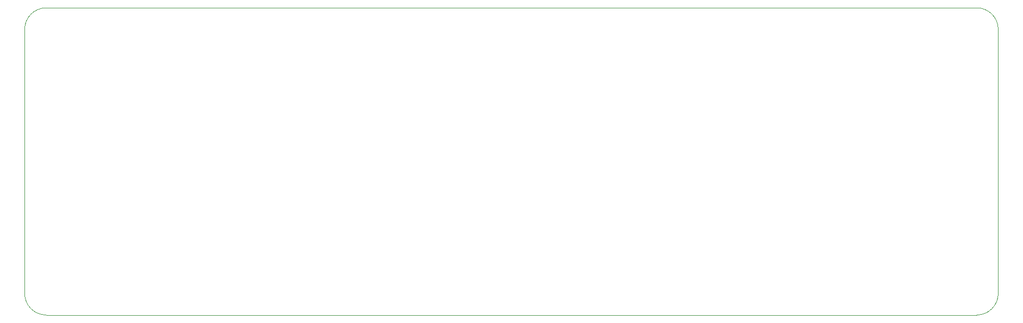
<source format=gbr>
%TF.GenerationSoftware,KiCad,Pcbnew,(6.0.2-0)*%
%TF.CreationDate,2023-06-03T21:04:40-06:00*%
%TF.ProjectId,Catlin RP2040 Sensing Controller,4361746c-696e-4205-9250-323034302053,rev?*%
%TF.SameCoordinates,Original*%
%TF.FileFunction,Profile,NP*%
%FSLAX46Y46*%
G04 Gerber Fmt 4.6, Leading zero omitted, Abs format (unit mm)*
G04 Created by KiCad (PCBNEW (6.0.2-0)) date 2023-06-03 21:04:40*
%MOMM*%
%LPD*%
G01*
G04 APERTURE LIST*
%TA.AperFunction,Profile*%
%ADD10C,0.100000*%
%TD*%
G04 APERTURE END LIST*
D10*
X27650000Y-93600000D02*
G75*
G03*
X31150000Y-97100000I3499999J-1D01*
G01*
X182400000Y-97100000D02*
G75*
G03*
X185900000Y-93600000I1J3499999D01*
G01*
X185900000Y-50600000D02*
G75*
G03*
X182400000Y-47100000I-3499999J1D01*
G01*
X182400000Y-47100000D02*
X31150000Y-47100000D01*
X185900000Y-93600000D02*
X185900000Y-50600000D01*
X27650000Y-93600000D02*
X27650000Y-50600000D01*
X182400000Y-97100000D02*
X31150000Y-97100000D01*
X31150000Y-47100000D02*
G75*
G03*
X27650000Y-50600000I-1J-3499999D01*
G01*
M02*

</source>
